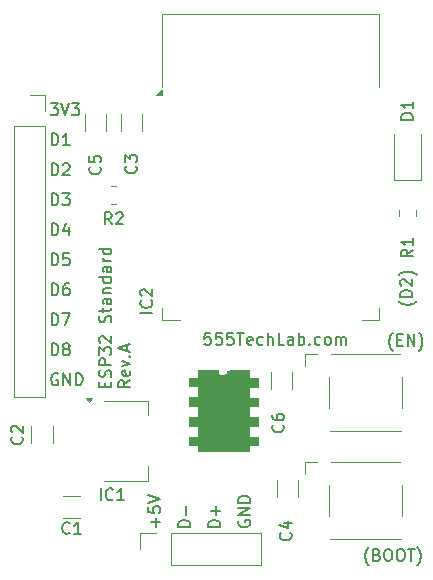
<source format=gto>
%TF.GenerationSoftware,KiCad,Pcbnew,8.0.9-8.0.9-0~ubuntu20.04.1*%
%TF.CreationDate,2025-05-17T12:19:42+02:00*%
%TF.ProjectId,Buch_ESP32_1_Kap9_ESP_Standard,42756368-5f45-4535-9033-325f315f4b61,rev?*%
%TF.SameCoordinates,Original*%
%TF.FileFunction,Legend,Top*%
%TF.FilePolarity,Positive*%
%FSLAX46Y46*%
G04 Gerber Fmt 4.6, Leading zero omitted, Abs format (unit mm)*
G04 Created by KiCad (PCBNEW 8.0.9-8.0.9-0~ubuntu20.04.1) date 2025-05-17 12:19:42*
%MOMM*%
%LPD*%
G01*
G04 APERTURE LIST*
%ADD10C,0.150000*%
%ADD11C,0.177800*%
%ADD12C,0.000000*%
%ADD13C,0.120000*%
G04 APERTURE END LIST*
D10*
X137496779Y-106041819D02*
X137496779Y-105041819D01*
X137496779Y-105041819D02*
X137734874Y-105041819D01*
X137734874Y-105041819D02*
X137877731Y-105089438D01*
X137877731Y-105089438D02*
X137972969Y-105184676D01*
X137972969Y-105184676D02*
X138020588Y-105279914D01*
X138020588Y-105279914D02*
X138068207Y-105470390D01*
X138068207Y-105470390D02*
X138068207Y-105613247D01*
X138068207Y-105613247D02*
X138020588Y-105803723D01*
X138020588Y-105803723D02*
X137972969Y-105898961D01*
X137972969Y-105898961D02*
X137877731Y-105994200D01*
X137877731Y-105994200D02*
X137734874Y-106041819D01*
X137734874Y-106041819D02*
X137496779Y-106041819D01*
X138972969Y-105041819D02*
X138496779Y-105041819D01*
X138496779Y-105041819D02*
X138449160Y-105518009D01*
X138449160Y-105518009D02*
X138496779Y-105470390D01*
X138496779Y-105470390D02*
X138592017Y-105422771D01*
X138592017Y-105422771D02*
X138830112Y-105422771D01*
X138830112Y-105422771D02*
X138925350Y-105470390D01*
X138925350Y-105470390D02*
X138972969Y-105518009D01*
X138972969Y-105518009D02*
X139020588Y-105613247D01*
X139020588Y-105613247D02*
X139020588Y-105851342D01*
X139020588Y-105851342D02*
X138972969Y-105946580D01*
X138972969Y-105946580D02*
X138925350Y-105994200D01*
X138925350Y-105994200D02*
X138830112Y-106041819D01*
X138830112Y-106041819D02*
X138592017Y-106041819D01*
X138592017Y-106041819D02*
X138496779Y-105994200D01*
X138496779Y-105994200D02*
X138449160Y-105946580D01*
X153349438Y-127663411D02*
X153301819Y-127758649D01*
X153301819Y-127758649D02*
X153301819Y-127901506D01*
X153301819Y-127901506D02*
X153349438Y-128044363D01*
X153349438Y-128044363D02*
X153444676Y-128139601D01*
X153444676Y-128139601D02*
X153539914Y-128187220D01*
X153539914Y-128187220D02*
X153730390Y-128234839D01*
X153730390Y-128234839D02*
X153873247Y-128234839D01*
X153873247Y-128234839D02*
X154063723Y-128187220D01*
X154063723Y-128187220D02*
X154158961Y-128139601D01*
X154158961Y-128139601D02*
X154254200Y-128044363D01*
X154254200Y-128044363D02*
X154301819Y-127901506D01*
X154301819Y-127901506D02*
X154301819Y-127806268D01*
X154301819Y-127806268D02*
X154254200Y-127663411D01*
X154254200Y-127663411D02*
X154206580Y-127615792D01*
X154206580Y-127615792D02*
X153873247Y-127615792D01*
X153873247Y-127615792D02*
X153873247Y-127806268D01*
X154301819Y-127187220D02*
X153301819Y-127187220D01*
X153301819Y-127187220D02*
X154301819Y-126615792D01*
X154301819Y-126615792D02*
X153301819Y-126615792D01*
X154301819Y-126139601D02*
X153301819Y-126139601D01*
X153301819Y-126139601D02*
X153301819Y-125901506D01*
X153301819Y-125901506D02*
X153349438Y-125758649D01*
X153349438Y-125758649D02*
X153444676Y-125663411D01*
X153444676Y-125663411D02*
X153539914Y-125615792D01*
X153539914Y-125615792D02*
X153730390Y-125568173D01*
X153730390Y-125568173D02*
X153873247Y-125568173D01*
X153873247Y-125568173D02*
X154063723Y-125615792D01*
X154063723Y-125615792D02*
X154158961Y-125663411D01*
X154158961Y-125663411D02*
X154254200Y-125758649D01*
X154254200Y-125758649D02*
X154301819Y-125901506D01*
X154301819Y-125901506D02*
X154301819Y-126139601D01*
X149221819Y-128187220D02*
X148221819Y-128187220D01*
X148221819Y-128187220D02*
X148221819Y-127949125D01*
X148221819Y-127949125D02*
X148269438Y-127806268D01*
X148269438Y-127806268D02*
X148364676Y-127711030D01*
X148364676Y-127711030D02*
X148459914Y-127663411D01*
X148459914Y-127663411D02*
X148650390Y-127615792D01*
X148650390Y-127615792D02*
X148793247Y-127615792D01*
X148793247Y-127615792D02*
X148983723Y-127663411D01*
X148983723Y-127663411D02*
X149078961Y-127711030D01*
X149078961Y-127711030D02*
X149174200Y-127806268D01*
X149174200Y-127806268D02*
X149221819Y-127949125D01*
X149221819Y-127949125D02*
X149221819Y-128187220D01*
X148840866Y-127187220D02*
X148840866Y-126425316D01*
X137496779Y-100961819D02*
X137496779Y-99961819D01*
X137496779Y-99961819D02*
X137734874Y-99961819D01*
X137734874Y-99961819D02*
X137877731Y-100009438D01*
X137877731Y-100009438D02*
X137972969Y-100104676D01*
X137972969Y-100104676D02*
X138020588Y-100199914D01*
X138020588Y-100199914D02*
X138068207Y-100390390D01*
X138068207Y-100390390D02*
X138068207Y-100533247D01*
X138068207Y-100533247D02*
X138020588Y-100723723D01*
X138020588Y-100723723D02*
X137972969Y-100818961D01*
X137972969Y-100818961D02*
X137877731Y-100914200D01*
X137877731Y-100914200D02*
X137734874Y-100961819D01*
X137734874Y-100961819D02*
X137496779Y-100961819D01*
X138401541Y-99961819D02*
X139020588Y-99961819D01*
X139020588Y-99961819D02*
X138687255Y-100342771D01*
X138687255Y-100342771D02*
X138830112Y-100342771D01*
X138830112Y-100342771D02*
X138925350Y-100390390D01*
X138925350Y-100390390D02*
X138972969Y-100438009D01*
X138972969Y-100438009D02*
X139020588Y-100533247D01*
X139020588Y-100533247D02*
X139020588Y-100771342D01*
X139020588Y-100771342D02*
X138972969Y-100866580D01*
X138972969Y-100866580D02*
X138925350Y-100914200D01*
X138925350Y-100914200D02*
X138830112Y-100961819D01*
X138830112Y-100961819D02*
X138544398Y-100961819D01*
X138544398Y-100961819D02*
X138449160Y-100914200D01*
X138449160Y-100914200D02*
X138401541Y-100866580D01*
D11*
X150945258Y-111771373D02*
X150469068Y-111771373D01*
X150469068Y-111771373D02*
X150421449Y-112247563D01*
X150421449Y-112247563D02*
X150469068Y-112199944D01*
X150469068Y-112199944D02*
X150564306Y-112152325D01*
X150564306Y-112152325D02*
X150802401Y-112152325D01*
X150802401Y-112152325D02*
X150897639Y-112199944D01*
X150897639Y-112199944D02*
X150945258Y-112247563D01*
X150945258Y-112247563D02*
X150992877Y-112342801D01*
X150992877Y-112342801D02*
X150992877Y-112580896D01*
X150992877Y-112580896D02*
X150945258Y-112676134D01*
X150945258Y-112676134D02*
X150897639Y-112723754D01*
X150897639Y-112723754D02*
X150802401Y-112771373D01*
X150802401Y-112771373D02*
X150564306Y-112771373D01*
X150564306Y-112771373D02*
X150469068Y-112723754D01*
X150469068Y-112723754D02*
X150421449Y-112676134D01*
X151897639Y-111771373D02*
X151421449Y-111771373D01*
X151421449Y-111771373D02*
X151373830Y-112247563D01*
X151373830Y-112247563D02*
X151421449Y-112199944D01*
X151421449Y-112199944D02*
X151516687Y-112152325D01*
X151516687Y-112152325D02*
X151754782Y-112152325D01*
X151754782Y-112152325D02*
X151850020Y-112199944D01*
X151850020Y-112199944D02*
X151897639Y-112247563D01*
X151897639Y-112247563D02*
X151945258Y-112342801D01*
X151945258Y-112342801D02*
X151945258Y-112580896D01*
X151945258Y-112580896D02*
X151897639Y-112676134D01*
X151897639Y-112676134D02*
X151850020Y-112723754D01*
X151850020Y-112723754D02*
X151754782Y-112771373D01*
X151754782Y-112771373D02*
X151516687Y-112771373D01*
X151516687Y-112771373D02*
X151421449Y-112723754D01*
X151421449Y-112723754D02*
X151373830Y-112676134D01*
X152850020Y-111771373D02*
X152373830Y-111771373D01*
X152373830Y-111771373D02*
X152326211Y-112247563D01*
X152326211Y-112247563D02*
X152373830Y-112199944D01*
X152373830Y-112199944D02*
X152469068Y-112152325D01*
X152469068Y-112152325D02*
X152707163Y-112152325D01*
X152707163Y-112152325D02*
X152802401Y-112199944D01*
X152802401Y-112199944D02*
X152850020Y-112247563D01*
X152850020Y-112247563D02*
X152897639Y-112342801D01*
X152897639Y-112342801D02*
X152897639Y-112580896D01*
X152897639Y-112580896D02*
X152850020Y-112676134D01*
X152850020Y-112676134D02*
X152802401Y-112723754D01*
X152802401Y-112723754D02*
X152707163Y-112771373D01*
X152707163Y-112771373D02*
X152469068Y-112771373D01*
X152469068Y-112771373D02*
X152373830Y-112723754D01*
X152373830Y-112723754D02*
X152326211Y-112676134D01*
X153183354Y-111771373D02*
X153754782Y-111771373D01*
X153469068Y-112771373D02*
X153469068Y-111771373D01*
X154469068Y-112723754D02*
X154373830Y-112771373D01*
X154373830Y-112771373D02*
X154183354Y-112771373D01*
X154183354Y-112771373D02*
X154088116Y-112723754D01*
X154088116Y-112723754D02*
X154040497Y-112628515D01*
X154040497Y-112628515D02*
X154040497Y-112247563D01*
X154040497Y-112247563D02*
X154088116Y-112152325D01*
X154088116Y-112152325D02*
X154183354Y-112104706D01*
X154183354Y-112104706D02*
X154373830Y-112104706D01*
X154373830Y-112104706D02*
X154469068Y-112152325D01*
X154469068Y-112152325D02*
X154516687Y-112247563D01*
X154516687Y-112247563D02*
X154516687Y-112342801D01*
X154516687Y-112342801D02*
X154040497Y-112438039D01*
X155373830Y-112723754D02*
X155278592Y-112771373D01*
X155278592Y-112771373D02*
X155088116Y-112771373D01*
X155088116Y-112771373D02*
X154992878Y-112723754D01*
X154992878Y-112723754D02*
X154945259Y-112676134D01*
X154945259Y-112676134D02*
X154897640Y-112580896D01*
X154897640Y-112580896D02*
X154897640Y-112295182D01*
X154897640Y-112295182D02*
X154945259Y-112199944D01*
X154945259Y-112199944D02*
X154992878Y-112152325D01*
X154992878Y-112152325D02*
X155088116Y-112104706D01*
X155088116Y-112104706D02*
X155278592Y-112104706D01*
X155278592Y-112104706D02*
X155373830Y-112152325D01*
X155802402Y-112771373D02*
X155802402Y-111771373D01*
X156230973Y-112771373D02*
X156230973Y-112247563D01*
X156230973Y-112247563D02*
X156183354Y-112152325D01*
X156183354Y-112152325D02*
X156088116Y-112104706D01*
X156088116Y-112104706D02*
X155945259Y-112104706D01*
X155945259Y-112104706D02*
X155850021Y-112152325D01*
X155850021Y-112152325D02*
X155802402Y-112199944D01*
X157183354Y-112771373D02*
X156707164Y-112771373D01*
X156707164Y-112771373D02*
X156707164Y-111771373D01*
X157945259Y-112771373D02*
X157945259Y-112247563D01*
X157945259Y-112247563D02*
X157897640Y-112152325D01*
X157897640Y-112152325D02*
X157802402Y-112104706D01*
X157802402Y-112104706D02*
X157611926Y-112104706D01*
X157611926Y-112104706D02*
X157516688Y-112152325D01*
X157945259Y-112723754D02*
X157850021Y-112771373D01*
X157850021Y-112771373D02*
X157611926Y-112771373D01*
X157611926Y-112771373D02*
X157516688Y-112723754D01*
X157516688Y-112723754D02*
X157469069Y-112628515D01*
X157469069Y-112628515D02*
X157469069Y-112533277D01*
X157469069Y-112533277D02*
X157516688Y-112438039D01*
X157516688Y-112438039D02*
X157611926Y-112390420D01*
X157611926Y-112390420D02*
X157850021Y-112390420D01*
X157850021Y-112390420D02*
X157945259Y-112342801D01*
X158421450Y-112771373D02*
X158421450Y-111771373D01*
X158421450Y-112152325D02*
X158516688Y-112104706D01*
X158516688Y-112104706D02*
X158707164Y-112104706D01*
X158707164Y-112104706D02*
X158802402Y-112152325D01*
X158802402Y-112152325D02*
X158850021Y-112199944D01*
X158850021Y-112199944D02*
X158897640Y-112295182D01*
X158897640Y-112295182D02*
X158897640Y-112580896D01*
X158897640Y-112580896D02*
X158850021Y-112676134D01*
X158850021Y-112676134D02*
X158802402Y-112723754D01*
X158802402Y-112723754D02*
X158707164Y-112771373D01*
X158707164Y-112771373D02*
X158516688Y-112771373D01*
X158516688Y-112771373D02*
X158421450Y-112723754D01*
X159326212Y-112676134D02*
X159373831Y-112723754D01*
X159373831Y-112723754D02*
X159326212Y-112771373D01*
X159326212Y-112771373D02*
X159278593Y-112723754D01*
X159278593Y-112723754D02*
X159326212Y-112676134D01*
X159326212Y-112676134D02*
X159326212Y-112771373D01*
X160230973Y-112723754D02*
X160135735Y-112771373D01*
X160135735Y-112771373D02*
X159945259Y-112771373D01*
X159945259Y-112771373D02*
X159850021Y-112723754D01*
X159850021Y-112723754D02*
X159802402Y-112676134D01*
X159802402Y-112676134D02*
X159754783Y-112580896D01*
X159754783Y-112580896D02*
X159754783Y-112295182D01*
X159754783Y-112295182D02*
X159802402Y-112199944D01*
X159802402Y-112199944D02*
X159850021Y-112152325D01*
X159850021Y-112152325D02*
X159945259Y-112104706D01*
X159945259Y-112104706D02*
X160135735Y-112104706D01*
X160135735Y-112104706D02*
X160230973Y-112152325D01*
X160802402Y-112771373D02*
X160707164Y-112723754D01*
X160707164Y-112723754D02*
X160659545Y-112676134D01*
X160659545Y-112676134D02*
X160611926Y-112580896D01*
X160611926Y-112580896D02*
X160611926Y-112295182D01*
X160611926Y-112295182D02*
X160659545Y-112199944D01*
X160659545Y-112199944D02*
X160707164Y-112152325D01*
X160707164Y-112152325D02*
X160802402Y-112104706D01*
X160802402Y-112104706D02*
X160945259Y-112104706D01*
X160945259Y-112104706D02*
X161040497Y-112152325D01*
X161040497Y-112152325D02*
X161088116Y-112199944D01*
X161088116Y-112199944D02*
X161135735Y-112295182D01*
X161135735Y-112295182D02*
X161135735Y-112580896D01*
X161135735Y-112580896D02*
X161088116Y-112676134D01*
X161088116Y-112676134D02*
X161040497Y-112723754D01*
X161040497Y-112723754D02*
X160945259Y-112771373D01*
X160945259Y-112771373D02*
X160802402Y-112771373D01*
X161564307Y-112771373D02*
X161564307Y-112104706D01*
X161564307Y-112199944D02*
X161611926Y-112152325D01*
X161611926Y-112152325D02*
X161707164Y-112104706D01*
X161707164Y-112104706D02*
X161850021Y-112104706D01*
X161850021Y-112104706D02*
X161945259Y-112152325D01*
X161945259Y-112152325D02*
X161992878Y-112247563D01*
X161992878Y-112247563D02*
X161992878Y-112771373D01*
X161992878Y-112247563D02*
X162040497Y-112152325D01*
X162040497Y-112152325D02*
X162135735Y-112104706D01*
X162135735Y-112104706D02*
X162278592Y-112104706D01*
X162278592Y-112104706D02*
X162373831Y-112152325D01*
X162373831Y-112152325D02*
X162421450Y-112247563D01*
X162421450Y-112247563D02*
X162421450Y-112771373D01*
D10*
X137496779Y-103501819D02*
X137496779Y-102501819D01*
X137496779Y-102501819D02*
X137734874Y-102501819D01*
X137734874Y-102501819D02*
X137877731Y-102549438D01*
X137877731Y-102549438D02*
X137972969Y-102644676D01*
X137972969Y-102644676D02*
X138020588Y-102739914D01*
X138020588Y-102739914D02*
X138068207Y-102930390D01*
X138068207Y-102930390D02*
X138068207Y-103073247D01*
X138068207Y-103073247D02*
X138020588Y-103263723D01*
X138020588Y-103263723D02*
X137972969Y-103358961D01*
X137972969Y-103358961D02*
X137877731Y-103454200D01*
X137877731Y-103454200D02*
X137734874Y-103501819D01*
X137734874Y-103501819D02*
X137496779Y-103501819D01*
X138925350Y-102835152D02*
X138925350Y-103501819D01*
X138687255Y-102454200D02*
X138449160Y-103168485D01*
X138449160Y-103168485D02*
X139068207Y-103168485D01*
X137496779Y-95881819D02*
X137496779Y-94881819D01*
X137496779Y-94881819D02*
X137734874Y-94881819D01*
X137734874Y-94881819D02*
X137877731Y-94929438D01*
X137877731Y-94929438D02*
X137972969Y-95024676D01*
X137972969Y-95024676D02*
X138020588Y-95119914D01*
X138020588Y-95119914D02*
X138068207Y-95310390D01*
X138068207Y-95310390D02*
X138068207Y-95453247D01*
X138068207Y-95453247D02*
X138020588Y-95643723D01*
X138020588Y-95643723D02*
X137972969Y-95738961D01*
X137972969Y-95738961D02*
X137877731Y-95834200D01*
X137877731Y-95834200D02*
X137734874Y-95881819D01*
X137734874Y-95881819D02*
X137496779Y-95881819D01*
X139020588Y-95881819D02*
X138449160Y-95881819D01*
X138734874Y-95881819D02*
X138734874Y-94881819D01*
X138734874Y-94881819D02*
X138639636Y-95024676D01*
X138639636Y-95024676D02*
X138544398Y-95119914D01*
X138544398Y-95119914D02*
X138449160Y-95167533D01*
X137496779Y-98421819D02*
X137496779Y-97421819D01*
X137496779Y-97421819D02*
X137734874Y-97421819D01*
X137734874Y-97421819D02*
X137877731Y-97469438D01*
X137877731Y-97469438D02*
X137972969Y-97564676D01*
X137972969Y-97564676D02*
X138020588Y-97659914D01*
X138020588Y-97659914D02*
X138068207Y-97850390D01*
X138068207Y-97850390D02*
X138068207Y-97993247D01*
X138068207Y-97993247D02*
X138020588Y-98183723D01*
X138020588Y-98183723D02*
X137972969Y-98278961D01*
X137972969Y-98278961D02*
X137877731Y-98374200D01*
X137877731Y-98374200D02*
X137734874Y-98421819D01*
X137734874Y-98421819D02*
X137496779Y-98421819D01*
X138449160Y-97517057D02*
X138496779Y-97469438D01*
X138496779Y-97469438D02*
X138592017Y-97421819D01*
X138592017Y-97421819D02*
X138830112Y-97421819D01*
X138830112Y-97421819D02*
X138925350Y-97469438D01*
X138925350Y-97469438D02*
X138972969Y-97517057D01*
X138972969Y-97517057D02*
X139020588Y-97612295D01*
X139020588Y-97612295D02*
X139020588Y-97707533D01*
X139020588Y-97707533D02*
X138972969Y-97850390D01*
X138972969Y-97850390D02*
X138401541Y-98421819D01*
X138401541Y-98421819D02*
X139020588Y-98421819D01*
X166357493Y-113280771D02*
X166309874Y-113233152D01*
X166309874Y-113233152D02*
X166214636Y-113090295D01*
X166214636Y-113090295D02*
X166167017Y-112995057D01*
X166167017Y-112995057D02*
X166119398Y-112852200D01*
X166119398Y-112852200D02*
X166071779Y-112614104D01*
X166071779Y-112614104D02*
X166071779Y-112423628D01*
X166071779Y-112423628D02*
X166119398Y-112185533D01*
X166119398Y-112185533D02*
X166167017Y-112042676D01*
X166167017Y-112042676D02*
X166214636Y-111947438D01*
X166214636Y-111947438D02*
X166309874Y-111804580D01*
X166309874Y-111804580D02*
X166357493Y-111756961D01*
X166738446Y-112376009D02*
X167071779Y-112376009D01*
X167214636Y-112899819D02*
X166738446Y-112899819D01*
X166738446Y-112899819D02*
X166738446Y-111899819D01*
X166738446Y-111899819D02*
X167214636Y-111899819D01*
X167643208Y-112899819D02*
X167643208Y-111899819D01*
X167643208Y-111899819D02*
X168214636Y-112899819D01*
X168214636Y-112899819D02*
X168214636Y-111899819D01*
X168595589Y-113280771D02*
X168643208Y-113233152D01*
X168643208Y-113233152D02*
X168738446Y-113090295D01*
X168738446Y-113090295D02*
X168786065Y-112995057D01*
X168786065Y-112995057D02*
X168833684Y-112852200D01*
X168833684Y-112852200D02*
X168881303Y-112614104D01*
X168881303Y-112614104D02*
X168881303Y-112423628D01*
X168881303Y-112423628D02*
X168833684Y-112185533D01*
X168833684Y-112185533D02*
X168786065Y-112042676D01*
X168786065Y-112042676D02*
X168738446Y-111947438D01*
X168738446Y-111947438D02*
X168643208Y-111804580D01*
X168643208Y-111804580D02*
X168595589Y-111756961D01*
X151761819Y-128187220D02*
X150761819Y-128187220D01*
X150761819Y-128187220D02*
X150761819Y-127949125D01*
X150761819Y-127949125D02*
X150809438Y-127806268D01*
X150809438Y-127806268D02*
X150904676Y-127711030D01*
X150904676Y-127711030D02*
X150999914Y-127663411D01*
X150999914Y-127663411D02*
X151190390Y-127615792D01*
X151190390Y-127615792D02*
X151333247Y-127615792D01*
X151333247Y-127615792D02*
X151523723Y-127663411D01*
X151523723Y-127663411D02*
X151618961Y-127711030D01*
X151618961Y-127711030D02*
X151714200Y-127806268D01*
X151714200Y-127806268D02*
X151761819Y-127949125D01*
X151761819Y-127949125D02*
X151761819Y-128187220D01*
X151380866Y-127187220D02*
X151380866Y-126425316D01*
X151761819Y-126806268D02*
X150999914Y-126806268D01*
X137496779Y-113661819D02*
X137496779Y-112661819D01*
X137496779Y-112661819D02*
X137734874Y-112661819D01*
X137734874Y-112661819D02*
X137877731Y-112709438D01*
X137877731Y-112709438D02*
X137972969Y-112804676D01*
X137972969Y-112804676D02*
X138020588Y-112899914D01*
X138020588Y-112899914D02*
X138068207Y-113090390D01*
X138068207Y-113090390D02*
X138068207Y-113233247D01*
X138068207Y-113233247D02*
X138020588Y-113423723D01*
X138020588Y-113423723D02*
X137972969Y-113518961D01*
X137972969Y-113518961D02*
X137877731Y-113614200D01*
X137877731Y-113614200D02*
X137734874Y-113661819D01*
X137734874Y-113661819D02*
X137496779Y-113661819D01*
X138639636Y-113090390D02*
X138544398Y-113042771D01*
X138544398Y-113042771D02*
X138496779Y-112995152D01*
X138496779Y-112995152D02*
X138449160Y-112899914D01*
X138449160Y-112899914D02*
X138449160Y-112852295D01*
X138449160Y-112852295D02*
X138496779Y-112757057D01*
X138496779Y-112757057D02*
X138544398Y-112709438D01*
X138544398Y-112709438D02*
X138639636Y-112661819D01*
X138639636Y-112661819D02*
X138830112Y-112661819D01*
X138830112Y-112661819D02*
X138925350Y-112709438D01*
X138925350Y-112709438D02*
X138972969Y-112757057D01*
X138972969Y-112757057D02*
X139020588Y-112852295D01*
X139020588Y-112852295D02*
X139020588Y-112899914D01*
X139020588Y-112899914D02*
X138972969Y-112995152D01*
X138972969Y-112995152D02*
X138925350Y-113042771D01*
X138925350Y-113042771D02*
X138830112Y-113090390D01*
X138830112Y-113090390D02*
X138639636Y-113090390D01*
X138639636Y-113090390D02*
X138544398Y-113138009D01*
X138544398Y-113138009D02*
X138496779Y-113185628D01*
X138496779Y-113185628D02*
X138449160Y-113280866D01*
X138449160Y-113280866D02*
X138449160Y-113471342D01*
X138449160Y-113471342D02*
X138496779Y-113566580D01*
X138496779Y-113566580D02*
X138544398Y-113614200D01*
X138544398Y-113614200D02*
X138639636Y-113661819D01*
X138639636Y-113661819D02*
X138830112Y-113661819D01*
X138830112Y-113661819D02*
X138925350Y-113614200D01*
X138925350Y-113614200D02*
X138972969Y-113566580D01*
X138972969Y-113566580D02*
X139020588Y-113471342D01*
X139020588Y-113471342D02*
X139020588Y-113280866D01*
X139020588Y-113280866D02*
X138972969Y-113185628D01*
X138972969Y-113185628D02*
X138925350Y-113138009D01*
X138925350Y-113138009D02*
X138830112Y-113090390D01*
X137496779Y-111121819D02*
X137496779Y-110121819D01*
X137496779Y-110121819D02*
X137734874Y-110121819D01*
X137734874Y-110121819D02*
X137877731Y-110169438D01*
X137877731Y-110169438D02*
X137972969Y-110264676D01*
X137972969Y-110264676D02*
X138020588Y-110359914D01*
X138020588Y-110359914D02*
X138068207Y-110550390D01*
X138068207Y-110550390D02*
X138068207Y-110693247D01*
X138068207Y-110693247D02*
X138020588Y-110883723D01*
X138020588Y-110883723D02*
X137972969Y-110978961D01*
X137972969Y-110978961D02*
X137877731Y-111074200D01*
X137877731Y-111074200D02*
X137734874Y-111121819D01*
X137734874Y-111121819D02*
X137496779Y-111121819D01*
X138401541Y-110121819D02*
X139068207Y-110121819D01*
X139068207Y-110121819D02*
X138639636Y-111121819D01*
X168398771Y-109105506D02*
X168351152Y-109153125D01*
X168351152Y-109153125D02*
X168208295Y-109248363D01*
X168208295Y-109248363D02*
X168113057Y-109295982D01*
X168113057Y-109295982D02*
X167970200Y-109343601D01*
X167970200Y-109343601D02*
X167732104Y-109391220D01*
X167732104Y-109391220D02*
X167541628Y-109391220D01*
X167541628Y-109391220D02*
X167303533Y-109343601D01*
X167303533Y-109343601D02*
X167160676Y-109295982D01*
X167160676Y-109295982D02*
X167065438Y-109248363D01*
X167065438Y-109248363D02*
X166922580Y-109153125D01*
X166922580Y-109153125D02*
X166874961Y-109105506D01*
X168017819Y-108724553D02*
X167017819Y-108724553D01*
X167017819Y-108724553D02*
X167017819Y-108486458D01*
X167017819Y-108486458D02*
X167065438Y-108343601D01*
X167065438Y-108343601D02*
X167160676Y-108248363D01*
X167160676Y-108248363D02*
X167255914Y-108200744D01*
X167255914Y-108200744D02*
X167446390Y-108153125D01*
X167446390Y-108153125D02*
X167589247Y-108153125D01*
X167589247Y-108153125D02*
X167779723Y-108200744D01*
X167779723Y-108200744D02*
X167874961Y-108248363D01*
X167874961Y-108248363D02*
X167970200Y-108343601D01*
X167970200Y-108343601D02*
X168017819Y-108486458D01*
X168017819Y-108486458D02*
X168017819Y-108724553D01*
X167113057Y-107772172D02*
X167065438Y-107724553D01*
X167065438Y-107724553D02*
X167017819Y-107629315D01*
X167017819Y-107629315D02*
X167017819Y-107391220D01*
X167017819Y-107391220D02*
X167065438Y-107295982D01*
X167065438Y-107295982D02*
X167113057Y-107248363D01*
X167113057Y-107248363D02*
X167208295Y-107200744D01*
X167208295Y-107200744D02*
X167303533Y-107200744D01*
X167303533Y-107200744D02*
X167446390Y-107248363D01*
X167446390Y-107248363D02*
X168017819Y-107819791D01*
X168017819Y-107819791D02*
X168017819Y-107200744D01*
X168398771Y-106867410D02*
X168351152Y-106819791D01*
X168351152Y-106819791D02*
X168208295Y-106724553D01*
X168208295Y-106724553D02*
X168113057Y-106676934D01*
X168113057Y-106676934D02*
X167970200Y-106629315D01*
X167970200Y-106629315D02*
X167732104Y-106581696D01*
X167732104Y-106581696D02*
X167541628Y-106581696D01*
X167541628Y-106581696D02*
X167303533Y-106629315D01*
X167303533Y-106629315D02*
X167160676Y-106676934D01*
X167160676Y-106676934D02*
X167065438Y-106724553D01*
X167065438Y-106724553D02*
X166922580Y-106819791D01*
X166922580Y-106819791D02*
X166874961Y-106867410D01*
X137401541Y-92341819D02*
X138020588Y-92341819D01*
X138020588Y-92341819D02*
X137687255Y-92722771D01*
X137687255Y-92722771D02*
X137830112Y-92722771D01*
X137830112Y-92722771D02*
X137925350Y-92770390D01*
X137925350Y-92770390D02*
X137972969Y-92818009D01*
X137972969Y-92818009D02*
X138020588Y-92913247D01*
X138020588Y-92913247D02*
X138020588Y-93151342D01*
X138020588Y-93151342D02*
X137972969Y-93246580D01*
X137972969Y-93246580D02*
X137925350Y-93294200D01*
X137925350Y-93294200D02*
X137830112Y-93341819D01*
X137830112Y-93341819D02*
X137544398Y-93341819D01*
X137544398Y-93341819D02*
X137449160Y-93294200D01*
X137449160Y-93294200D02*
X137401541Y-93246580D01*
X138306303Y-92341819D02*
X138639636Y-93341819D01*
X138639636Y-93341819D02*
X138972969Y-92341819D01*
X139211065Y-92341819D02*
X139830112Y-92341819D01*
X139830112Y-92341819D02*
X139496779Y-92722771D01*
X139496779Y-92722771D02*
X139639636Y-92722771D01*
X139639636Y-92722771D02*
X139734874Y-92770390D01*
X139734874Y-92770390D02*
X139782493Y-92818009D01*
X139782493Y-92818009D02*
X139830112Y-92913247D01*
X139830112Y-92913247D02*
X139830112Y-93151342D01*
X139830112Y-93151342D02*
X139782493Y-93246580D01*
X139782493Y-93246580D02*
X139734874Y-93294200D01*
X139734874Y-93294200D02*
X139639636Y-93341819D01*
X139639636Y-93341819D02*
X139353922Y-93341819D01*
X139353922Y-93341819D02*
X139258684Y-93294200D01*
X139258684Y-93294200D02*
X139211065Y-93246580D01*
X137496779Y-108581819D02*
X137496779Y-107581819D01*
X137496779Y-107581819D02*
X137734874Y-107581819D01*
X137734874Y-107581819D02*
X137877731Y-107629438D01*
X137877731Y-107629438D02*
X137972969Y-107724676D01*
X137972969Y-107724676D02*
X138020588Y-107819914D01*
X138020588Y-107819914D02*
X138068207Y-108010390D01*
X138068207Y-108010390D02*
X138068207Y-108153247D01*
X138068207Y-108153247D02*
X138020588Y-108343723D01*
X138020588Y-108343723D02*
X137972969Y-108438961D01*
X137972969Y-108438961D02*
X137877731Y-108534200D01*
X137877731Y-108534200D02*
X137734874Y-108581819D01*
X137734874Y-108581819D02*
X137496779Y-108581819D01*
X138925350Y-107581819D02*
X138734874Y-107581819D01*
X138734874Y-107581819D02*
X138639636Y-107629438D01*
X138639636Y-107629438D02*
X138592017Y-107677057D01*
X138592017Y-107677057D02*
X138496779Y-107819914D01*
X138496779Y-107819914D02*
X138449160Y-108010390D01*
X138449160Y-108010390D02*
X138449160Y-108391342D01*
X138449160Y-108391342D02*
X138496779Y-108486580D01*
X138496779Y-108486580D02*
X138544398Y-108534200D01*
X138544398Y-108534200D02*
X138639636Y-108581819D01*
X138639636Y-108581819D02*
X138830112Y-108581819D01*
X138830112Y-108581819D02*
X138925350Y-108534200D01*
X138925350Y-108534200D02*
X138972969Y-108486580D01*
X138972969Y-108486580D02*
X139020588Y-108391342D01*
X139020588Y-108391342D02*
X139020588Y-108153247D01*
X139020588Y-108153247D02*
X138972969Y-108058009D01*
X138972969Y-108058009D02*
X138925350Y-108010390D01*
X138925350Y-108010390D02*
X138830112Y-107962771D01*
X138830112Y-107962771D02*
X138639636Y-107962771D01*
X138639636Y-107962771D02*
X138544398Y-108010390D01*
X138544398Y-108010390D02*
X138496779Y-108058009D01*
X138496779Y-108058009D02*
X138449160Y-108153247D01*
D11*
X142006619Y-116357931D02*
X142006619Y-116024598D01*
X142530429Y-115881741D02*
X142530429Y-116357931D01*
X142530429Y-116357931D02*
X141530429Y-116357931D01*
X141530429Y-116357931D02*
X141530429Y-115881741D01*
X142482810Y-115500788D02*
X142530429Y-115357931D01*
X142530429Y-115357931D02*
X142530429Y-115119836D01*
X142530429Y-115119836D02*
X142482810Y-115024598D01*
X142482810Y-115024598D02*
X142435190Y-114976979D01*
X142435190Y-114976979D02*
X142339952Y-114929360D01*
X142339952Y-114929360D02*
X142244714Y-114929360D01*
X142244714Y-114929360D02*
X142149476Y-114976979D01*
X142149476Y-114976979D02*
X142101857Y-115024598D01*
X142101857Y-115024598D02*
X142054238Y-115119836D01*
X142054238Y-115119836D02*
X142006619Y-115310312D01*
X142006619Y-115310312D02*
X141959000Y-115405550D01*
X141959000Y-115405550D02*
X141911381Y-115453169D01*
X141911381Y-115453169D02*
X141816143Y-115500788D01*
X141816143Y-115500788D02*
X141720905Y-115500788D01*
X141720905Y-115500788D02*
X141625667Y-115453169D01*
X141625667Y-115453169D02*
X141578048Y-115405550D01*
X141578048Y-115405550D02*
X141530429Y-115310312D01*
X141530429Y-115310312D02*
X141530429Y-115072217D01*
X141530429Y-115072217D02*
X141578048Y-114929360D01*
X142530429Y-114500788D02*
X141530429Y-114500788D01*
X141530429Y-114500788D02*
X141530429Y-114119836D01*
X141530429Y-114119836D02*
X141578048Y-114024598D01*
X141578048Y-114024598D02*
X141625667Y-113976979D01*
X141625667Y-113976979D02*
X141720905Y-113929360D01*
X141720905Y-113929360D02*
X141863762Y-113929360D01*
X141863762Y-113929360D02*
X141959000Y-113976979D01*
X141959000Y-113976979D02*
X142006619Y-114024598D01*
X142006619Y-114024598D02*
X142054238Y-114119836D01*
X142054238Y-114119836D02*
X142054238Y-114500788D01*
X141530429Y-113596026D02*
X141530429Y-112976979D01*
X141530429Y-112976979D02*
X141911381Y-113310312D01*
X141911381Y-113310312D02*
X141911381Y-113167455D01*
X141911381Y-113167455D02*
X141959000Y-113072217D01*
X141959000Y-113072217D02*
X142006619Y-113024598D01*
X142006619Y-113024598D02*
X142101857Y-112976979D01*
X142101857Y-112976979D02*
X142339952Y-112976979D01*
X142339952Y-112976979D02*
X142435190Y-113024598D01*
X142435190Y-113024598D02*
X142482810Y-113072217D01*
X142482810Y-113072217D02*
X142530429Y-113167455D01*
X142530429Y-113167455D02*
X142530429Y-113453169D01*
X142530429Y-113453169D02*
X142482810Y-113548407D01*
X142482810Y-113548407D02*
X142435190Y-113596026D01*
X141625667Y-112596026D02*
X141578048Y-112548407D01*
X141578048Y-112548407D02*
X141530429Y-112453169D01*
X141530429Y-112453169D02*
X141530429Y-112215074D01*
X141530429Y-112215074D02*
X141578048Y-112119836D01*
X141578048Y-112119836D02*
X141625667Y-112072217D01*
X141625667Y-112072217D02*
X141720905Y-112024598D01*
X141720905Y-112024598D02*
X141816143Y-112024598D01*
X141816143Y-112024598D02*
X141959000Y-112072217D01*
X141959000Y-112072217D02*
X142530429Y-112643645D01*
X142530429Y-112643645D02*
X142530429Y-112024598D01*
X142482810Y-110881740D02*
X142530429Y-110738883D01*
X142530429Y-110738883D02*
X142530429Y-110500788D01*
X142530429Y-110500788D02*
X142482810Y-110405550D01*
X142482810Y-110405550D02*
X142435190Y-110357931D01*
X142435190Y-110357931D02*
X142339952Y-110310312D01*
X142339952Y-110310312D02*
X142244714Y-110310312D01*
X142244714Y-110310312D02*
X142149476Y-110357931D01*
X142149476Y-110357931D02*
X142101857Y-110405550D01*
X142101857Y-110405550D02*
X142054238Y-110500788D01*
X142054238Y-110500788D02*
X142006619Y-110691264D01*
X142006619Y-110691264D02*
X141959000Y-110786502D01*
X141959000Y-110786502D02*
X141911381Y-110834121D01*
X141911381Y-110834121D02*
X141816143Y-110881740D01*
X141816143Y-110881740D02*
X141720905Y-110881740D01*
X141720905Y-110881740D02*
X141625667Y-110834121D01*
X141625667Y-110834121D02*
X141578048Y-110786502D01*
X141578048Y-110786502D02*
X141530429Y-110691264D01*
X141530429Y-110691264D02*
X141530429Y-110453169D01*
X141530429Y-110453169D02*
X141578048Y-110310312D01*
X141863762Y-110024597D02*
X141863762Y-109643645D01*
X141530429Y-109881740D02*
X142387571Y-109881740D01*
X142387571Y-109881740D02*
X142482810Y-109834121D01*
X142482810Y-109834121D02*
X142530429Y-109738883D01*
X142530429Y-109738883D02*
X142530429Y-109643645D01*
X142530429Y-108881740D02*
X142006619Y-108881740D01*
X142006619Y-108881740D02*
X141911381Y-108929359D01*
X141911381Y-108929359D02*
X141863762Y-109024597D01*
X141863762Y-109024597D02*
X141863762Y-109215073D01*
X141863762Y-109215073D02*
X141911381Y-109310311D01*
X142482810Y-108881740D02*
X142530429Y-108976978D01*
X142530429Y-108976978D02*
X142530429Y-109215073D01*
X142530429Y-109215073D02*
X142482810Y-109310311D01*
X142482810Y-109310311D02*
X142387571Y-109357930D01*
X142387571Y-109357930D02*
X142292333Y-109357930D01*
X142292333Y-109357930D02*
X142197095Y-109310311D01*
X142197095Y-109310311D02*
X142149476Y-109215073D01*
X142149476Y-109215073D02*
X142149476Y-108976978D01*
X142149476Y-108976978D02*
X142101857Y-108881740D01*
X141863762Y-108405549D02*
X142530429Y-108405549D01*
X141959000Y-108405549D02*
X141911381Y-108357930D01*
X141911381Y-108357930D02*
X141863762Y-108262692D01*
X141863762Y-108262692D02*
X141863762Y-108119835D01*
X141863762Y-108119835D02*
X141911381Y-108024597D01*
X141911381Y-108024597D02*
X142006619Y-107976978D01*
X142006619Y-107976978D02*
X142530429Y-107976978D01*
X142530429Y-107072216D02*
X141530429Y-107072216D01*
X142482810Y-107072216D02*
X142530429Y-107167454D01*
X142530429Y-107167454D02*
X142530429Y-107357930D01*
X142530429Y-107357930D02*
X142482810Y-107453168D01*
X142482810Y-107453168D02*
X142435190Y-107500787D01*
X142435190Y-107500787D02*
X142339952Y-107548406D01*
X142339952Y-107548406D02*
X142054238Y-107548406D01*
X142054238Y-107548406D02*
X141959000Y-107500787D01*
X141959000Y-107500787D02*
X141911381Y-107453168D01*
X141911381Y-107453168D02*
X141863762Y-107357930D01*
X141863762Y-107357930D02*
X141863762Y-107167454D01*
X141863762Y-107167454D02*
X141911381Y-107072216D01*
X142530429Y-106167454D02*
X142006619Y-106167454D01*
X142006619Y-106167454D02*
X141911381Y-106215073D01*
X141911381Y-106215073D02*
X141863762Y-106310311D01*
X141863762Y-106310311D02*
X141863762Y-106500787D01*
X141863762Y-106500787D02*
X141911381Y-106596025D01*
X142482810Y-106167454D02*
X142530429Y-106262692D01*
X142530429Y-106262692D02*
X142530429Y-106500787D01*
X142530429Y-106500787D02*
X142482810Y-106596025D01*
X142482810Y-106596025D02*
X142387571Y-106643644D01*
X142387571Y-106643644D02*
X142292333Y-106643644D01*
X142292333Y-106643644D02*
X142197095Y-106596025D01*
X142197095Y-106596025D02*
X142149476Y-106500787D01*
X142149476Y-106500787D02*
X142149476Y-106262692D01*
X142149476Y-106262692D02*
X142101857Y-106167454D01*
X142530429Y-105691263D02*
X141863762Y-105691263D01*
X142054238Y-105691263D02*
X141959000Y-105643644D01*
X141959000Y-105643644D02*
X141911381Y-105596025D01*
X141911381Y-105596025D02*
X141863762Y-105500787D01*
X141863762Y-105500787D02*
X141863762Y-105405549D01*
X142530429Y-104643644D02*
X141530429Y-104643644D01*
X142482810Y-104643644D02*
X142530429Y-104738882D01*
X142530429Y-104738882D02*
X142530429Y-104929358D01*
X142530429Y-104929358D02*
X142482810Y-105024596D01*
X142482810Y-105024596D02*
X142435190Y-105072215D01*
X142435190Y-105072215D02*
X142339952Y-105119834D01*
X142339952Y-105119834D02*
X142054238Y-105119834D01*
X142054238Y-105119834D02*
X141959000Y-105072215D01*
X141959000Y-105072215D02*
X141911381Y-105024596D01*
X141911381Y-105024596D02*
X141863762Y-104929358D01*
X141863762Y-104929358D02*
X141863762Y-104738882D01*
X141863762Y-104738882D02*
X141911381Y-104643644D01*
X144140373Y-115786503D02*
X143664182Y-116119836D01*
X144140373Y-116357931D02*
X143140373Y-116357931D01*
X143140373Y-116357931D02*
X143140373Y-115976979D01*
X143140373Y-115976979D02*
X143187992Y-115881741D01*
X143187992Y-115881741D02*
X143235611Y-115834122D01*
X143235611Y-115834122D02*
X143330849Y-115786503D01*
X143330849Y-115786503D02*
X143473706Y-115786503D01*
X143473706Y-115786503D02*
X143568944Y-115834122D01*
X143568944Y-115834122D02*
X143616563Y-115881741D01*
X143616563Y-115881741D02*
X143664182Y-115976979D01*
X143664182Y-115976979D02*
X143664182Y-116357931D01*
X144092754Y-114976979D02*
X144140373Y-115072217D01*
X144140373Y-115072217D02*
X144140373Y-115262693D01*
X144140373Y-115262693D02*
X144092754Y-115357931D01*
X144092754Y-115357931D02*
X143997515Y-115405550D01*
X143997515Y-115405550D02*
X143616563Y-115405550D01*
X143616563Y-115405550D02*
X143521325Y-115357931D01*
X143521325Y-115357931D02*
X143473706Y-115262693D01*
X143473706Y-115262693D02*
X143473706Y-115072217D01*
X143473706Y-115072217D02*
X143521325Y-114976979D01*
X143521325Y-114976979D02*
X143616563Y-114929360D01*
X143616563Y-114929360D02*
X143711801Y-114929360D01*
X143711801Y-114929360D02*
X143807039Y-115405550D01*
X143473706Y-114596026D02*
X144140373Y-114357931D01*
X144140373Y-114357931D02*
X143473706Y-114119836D01*
X144045134Y-113738883D02*
X144092754Y-113691264D01*
X144092754Y-113691264D02*
X144140373Y-113738883D01*
X144140373Y-113738883D02*
X144092754Y-113786502D01*
X144092754Y-113786502D02*
X144045134Y-113738883D01*
X144045134Y-113738883D02*
X144140373Y-113738883D01*
X143854658Y-113310312D02*
X143854658Y-112834122D01*
X144140373Y-113405550D02*
X143140373Y-113072217D01*
X143140373Y-113072217D02*
X144140373Y-112738884D01*
D10*
X164325493Y-131441771D02*
X164277874Y-131394152D01*
X164277874Y-131394152D02*
X164182636Y-131251295D01*
X164182636Y-131251295D02*
X164135017Y-131156057D01*
X164135017Y-131156057D02*
X164087398Y-131013200D01*
X164087398Y-131013200D02*
X164039779Y-130775104D01*
X164039779Y-130775104D02*
X164039779Y-130584628D01*
X164039779Y-130584628D02*
X164087398Y-130346533D01*
X164087398Y-130346533D02*
X164135017Y-130203676D01*
X164135017Y-130203676D02*
X164182636Y-130108438D01*
X164182636Y-130108438D02*
X164277874Y-129965580D01*
X164277874Y-129965580D02*
X164325493Y-129917961D01*
X165039779Y-130537009D02*
X165182636Y-130584628D01*
X165182636Y-130584628D02*
X165230255Y-130632247D01*
X165230255Y-130632247D02*
X165277874Y-130727485D01*
X165277874Y-130727485D02*
X165277874Y-130870342D01*
X165277874Y-130870342D02*
X165230255Y-130965580D01*
X165230255Y-130965580D02*
X165182636Y-131013200D01*
X165182636Y-131013200D02*
X165087398Y-131060819D01*
X165087398Y-131060819D02*
X164706446Y-131060819D01*
X164706446Y-131060819D02*
X164706446Y-130060819D01*
X164706446Y-130060819D02*
X165039779Y-130060819D01*
X165039779Y-130060819D02*
X165135017Y-130108438D01*
X165135017Y-130108438D02*
X165182636Y-130156057D01*
X165182636Y-130156057D02*
X165230255Y-130251295D01*
X165230255Y-130251295D02*
X165230255Y-130346533D01*
X165230255Y-130346533D02*
X165182636Y-130441771D01*
X165182636Y-130441771D02*
X165135017Y-130489390D01*
X165135017Y-130489390D02*
X165039779Y-130537009D01*
X165039779Y-130537009D02*
X164706446Y-130537009D01*
X165896922Y-130060819D02*
X166087398Y-130060819D01*
X166087398Y-130060819D02*
X166182636Y-130108438D01*
X166182636Y-130108438D02*
X166277874Y-130203676D01*
X166277874Y-130203676D02*
X166325493Y-130394152D01*
X166325493Y-130394152D02*
X166325493Y-130727485D01*
X166325493Y-130727485D02*
X166277874Y-130917961D01*
X166277874Y-130917961D02*
X166182636Y-131013200D01*
X166182636Y-131013200D02*
X166087398Y-131060819D01*
X166087398Y-131060819D02*
X165896922Y-131060819D01*
X165896922Y-131060819D02*
X165801684Y-131013200D01*
X165801684Y-131013200D02*
X165706446Y-130917961D01*
X165706446Y-130917961D02*
X165658827Y-130727485D01*
X165658827Y-130727485D02*
X165658827Y-130394152D01*
X165658827Y-130394152D02*
X165706446Y-130203676D01*
X165706446Y-130203676D02*
X165801684Y-130108438D01*
X165801684Y-130108438D02*
X165896922Y-130060819D01*
X166944541Y-130060819D02*
X167135017Y-130060819D01*
X167135017Y-130060819D02*
X167230255Y-130108438D01*
X167230255Y-130108438D02*
X167325493Y-130203676D01*
X167325493Y-130203676D02*
X167373112Y-130394152D01*
X167373112Y-130394152D02*
X167373112Y-130727485D01*
X167373112Y-130727485D02*
X167325493Y-130917961D01*
X167325493Y-130917961D02*
X167230255Y-131013200D01*
X167230255Y-131013200D02*
X167135017Y-131060819D01*
X167135017Y-131060819D02*
X166944541Y-131060819D01*
X166944541Y-131060819D02*
X166849303Y-131013200D01*
X166849303Y-131013200D02*
X166754065Y-130917961D01*
X166754065Y-130917961D02*
X166706446Y-130727485D01*
X166706446Y-130727485D02*
X166706446Y-130394152D01*
X166706446Y-130394152D02*
X166754065Y-130203676D01*
X166754065Y-130203676D02*
X166849303Y-130108438D01*
X166849303Y-130108438D02*
X166944541Y-130060819D01*
X167658827Y-130060819D02*
X168230255Y-130060819D01*
X167944541Y-131060819D02*
X167944541Y-130060819D01*
X168468351Y-131441771D02*
X168515970Y-131394152D01*
X168515970Y-131394152D02*
X168611208Y-131251295D01*
X168611208Y-131251295D02*
X168658827Y-131156057D01*
X168658827Y-131156057D02*
X168706446Y-131013200D01*
X168706446Y-131013200D02*
X168754065Y-130775104D01*
X168754065Y-130775104D02*
X168754065Y-130584628D01*
X168754065Y-130584628D02*
X168706446Y-130346533D01*
X168706446Y-130346533D02*
X168658827Y-130203676D01*
X168658827Y-130203676D02*
X168611208Y-130108438D01*
X168611208Y-130108438D02*
X168515970Y-129965580D01*
X168515970Y-129965580D02*
X168468351Y-129917961D01*
X146300866Y-128187220D02*
X146300866Y-127425316D01*
X146681819Y-127806268D02*
X145919914Y-127806268D01*
X145681819Y-126472935D02*
X145681819Y-126949125D01*
X145681819Y-126949125D02*
X146158009Y-126996744D01*
X146158009Y-126996744D02*
X146110390Y-126949125D01*
X146110390Y-126949125D02*
X146062771Y-126853887D01*
X146062771Y-126853887D02*
X146062771Y-126615792D01*
X146062771Y-126615792D02*
X146110390Y-126520554D01*
X146110390Y-126520554D02*
X146158009Y-126472935D01*
X146158009Y-126472935D02*
X146253247Y-126425316D01*
X146253247Y-126425316D02*
X146491342Y-126425316D01*
X146491342Y-126425316D02*
X146586580Y-126472935D01*
X146586580Y-126472935D02*
X146634200Y-126520554D01*
X146634200Y-126520554D02*
X146681819Y-126615792D01*
X146681819Y-126615792D02*
X146681819Y-126853887D01*
X146681819Y-126853887D02*
X146634200Y-126949125D01*
X146634200Y-126949125D02*
X146586580Y-126996744D01*
X145681819Y-126139601D02*
X146681819Y-125806268D01*
X146681819Y-125806268D02*
X145681819Y-125472935D01*
X138020588Y-115249438D02*
X137925350Y-115201819D01*
X137925350Y-115201819D02*
X137782493Y-115201819D01*
X137782493Y-115201819D02*
X137639636Y-115249438D01*
X137639636Y-115249438D02*
X137544398Y-115344676D01*
X137544398Y-115344676D02*
X137496779Y-115439914D01*
X137496779Y-115439914D02*
X137449160Y-115630390D01*
X137449160Y-115630390D02*
X137449160Y-115773247D01*
X137449160Y-115773247D02*
X137496779Y-115963723D01*
X137496779Y-115963723D02*
X137544398Y-116058961D01*
X137544398Y-116058961D02*
X137639636Y-116154200D01*
X137639636Y-116154200D02*
X137782493Y-116201819D01*
X137782493Y-116201819D02*
X137877731Y-116201819D01*
X137877731Y-116201819D02*
X138020588Y-116154200D01*
X138020588Y-116154200D02*
X138068207Y-116106580D01*
X138068207Y-116106580D02*
X138068207Y-115773247D01*
X138068207Y-115773247D02*
X137877731Y-115773247D01*
X138496779Y-116201819D02*
X138496779Y-115201819D01*
X138496779Y-115201819D02*
X139068207Y-116201819D01*
X139068207Y-116201819D02*
X139068207Y-115201819D01*
X139544398Y-116201819D02*
X139544398Y-115201819D01*
X139544398Y-115201819D02*
X139782493Y-115201819D01*
X139782493Y-115201819D02*
X139925350Y-115249438D01*
X139925350Y-115249438D02*
X140020588Y-115344676D01*
X140020588Y-115344676D02*
X140068207Y-115439914D01*
X140068207Y-115439914D02*
X140115826Y-115630390D01*
X140115826Y-115630390D02*
X140115826Y-115773247D01*
X140115826Y-115773247D02*
X140068207Y-115963723D01*
X140068207Y-115963723D02*
X140020588Y-116058961D01*
X140020588Y-116058961D02*
X139925350Y-116154200D01*
X139925350Y-116154200D02*
X139782493Y-116201819D01*
X139782493Y-116201819D02*
X139544398Y-116201819D01*
X141644810Y-125930819D02*
X141644810Y-124930819D01*
X142692428Y-125835580D02*
X142644809Y-125883200D01*
X142644809Y-125883200D02*
X142501952Y-125930819D01*
X142501952Y-125930819D02*
X142406714Y-125930819D01*
X142406714Y-125930819D02*
X142263857Y-125883200D01*
X142263857Y-125883200D02*
X142168619Y-125787961D01*
X142168619Y-125787961D02*
X142121000Y-125692723D01*
X142121000Y-125692723D02*
X142073381Y-125502247D01*
X142073381Y-125502247D02*
X142073381Y-125359390D01*
X142073381Y-125359390D02*
X142121000Y-125168914D01*
X142121000Y-125168914D02*
X142168619Y-125073676D01*
X142168619Y-125073676D02*
X142263857Y-124978438D01*
X142263857Y-124978438D02*
X142406714Y-124930819D01*
X142406714Y-124930819D02*
X142501952Y-124930819D01*
X142501952Y-124930819D02*
X142644809Y-124978438D01*
X142644809Y-124978438D02*
X142692428Y-125026057D01*
X143644809Y-125930819D02*
X143073381Y-125930819D01*
X143359095Y-125930819D02*
X143359095Y-124930819D01*
X143359095Y-124930819D02*
X143263857Y-125073676D01*
X143263857Y-125073676D02*
X143168619Y-125168914D01*
X143168619Y-125168914D02*
X143073381Y-125216533D01*
X157712580Y-128690666D02*
X157760200Y-128738285D01*
X157760200Y-128738285D02*
X157807819Y-128881142D01*
X157807819Y-128881142D02*
X157807819Y-128976380D01*
X157807819Y-128976380D02*
X157760200Y-129119237D01*
X157760200Y-129119237D02*
X157664961Y-129214475D01*
X157664961Y-129214475D02*
X157569723Y-129262094D01*
X157569723Y-129262094D02*
X157379247Y-129309713D01*
X157379247Y-129309713D02*
X157236390Y-129309713D01*
X157236390Y-129309713D02*
X157045914Y-129262094D01*
X157045914Y-129262094D02*
X156950676Y-129214475D01*
X156950676Y-129214475D02*
X156855438Y-129119237D01*
X156855438Y-129119237D02*
X156807819Y-128976380D01*
X156807819Y-128976380D02*
X156807819Y-128881142D01*
X156807819Y-128881142D02*
X156855438Y-128738285D01*
X156855438Y-128738285D02*
X156903057Y-128690666D01*
X157141152Y-127833523D02*
X157807819Y-127833523D01*
X156760200Y-128071618D02*
X157474485Y-128309713D01*
X157474485Y-128309713D02*
X157474485Y-127690666D01*
X139025333Y-128701580D02*
X138977714Y-128749200D01*
X138977714Y-128749200D02*
X138834857Y-128796819D01*
X138834857Y-128796819D02*
X138739619Y-128796819D01*
X138739619Y-128796819D02*
X138596762Y-128749200D01*
X138596762Y-128749200D02*
X138501524Y-128653961D01*
X138501524Y-128653961D02*
X138453905Y-128558723D01*
X138453905Y-128558723D02*
X138406286Y-128368247D01*
X138406286Y-128368247D02*
X138406286Y-128225390D01*
X138406286Y-128225390D02*
X138453905Y-128034914D01*
X138453905Y-128034914D02*
X138501524Y-127939676D01*
X138501524Y-127939676D02*
X138596762Y-127844438D01*
X138596762Y-127844438D02*
X138739619Y-127796819D01*
X138739619Y-127796819D02*
X138834857Y-127796819D01*
X138834857Y-127796819D02*
X138977714Y-127844438D01*
X138977714Y-127844438D02*
X139025333Y-127892057D01*
X139977714Y-128796819D02*
X139406286Y-128796819D01*
X139692000Y-128796819D02*
X139692000Y-127796819D01*
X139692000Y-127796819D02*
X139596762Y-127939676D01*
X139596762Y-127939676D02*
X139501524Y-128034914D01*
X139501524Y-128034914D02*
X139406286Y-128082533D01*
X141583580Y-97702666D02*
X141631200Y-97750285D01*
X141631200Y-97750285D02*
X141678819Y-97893142D01*
X141678819Y-97893142D02*
X141678819Y-97988380D01*
X141678819Y-97988380D02*
X141631200Y-98131237D01*
X141631200Y-98131237D02*
X141535961Y-98226475D01*
X141535961Y-98226475D02*
X141440723Y-98274094D01*
X141440723Y-98274094D02*
X141250247Y-98321713D01*
X141250247Y-98321713D02*
X141107390Y-98321713D01*
X141107390Y-98321713D02*
X140916914Y-98274094D01*
X140916914Y-98274094D02*
X140821676Y-98226475D01*
X140821676Y-98226475D02*
X140726438Y-98131237D01*
X140726438Y-98131237D02*
X140678819Y-97988380D01*
X140678819Y-97988380D02*
X140678819Y-97893142D01*
X140678819Y-97893142D02*
X140726438Y-97750285D01*
X140726438Y-97750285D02*
X140774057Y-97702666D01*
X140678819Y-96797904D02*
X140678819Y-97274094D01*
X140678819Y-97274094D02*
X141155009Y-97321713D01*
X141155009Y-97321713D02*
X141107390Y-97274094D01*
X141107390Y-97274094D02*
X141059771Y-97178856D01*
X141059771Y-97178856D02*
X141059771Y-96940761D01*
X141059771Y-96940761D02*
X141107390Y-96845523D01*
X141107390Y-96845523D02*
X141155009Y-96797904D01*
X141155009Y-96797904D02*
X141250247Y-96750285D01*
X141250247Y-96750285D02*
X141488342Y-96750285D01*
X141488342Y-96750285D02*
X141583580Y-96797904D01*
X141583580Y-96797904D02*
X141631200Y-96845523D01*
X141631200Y-96845523D02*
X141678819Y-96940761D01*
X141678819Y-96940761D02*
X141678819Y-97178856D01*
X141678819Y-97178856D02*
X141631200Y-97274094D01*
X141631200Y-97274094D02*
X141583580Y-97321713D01*
X134979580Y-120562666D02*
X135027200Y-120610285D01*
X135027200Y-120610285D02*
X135074819Y-120753142D01*
X135074819Y-120753142D02*
X135074819Y-120848380D01*
X135074819Y-120848380D02*
X135027200Y-120991237D01*
X135027200Y-120991237D02*
X134931961Y-121086475D01*
X134931961Y-121086475D02*
X134836723Y-121134094D01*
X134836723Y-121134094D02*
X134646247Y-121181713D01*
X134646247Y-121181713D02*
X134503390Y-121181713D01*
X134503390Y-121181713D02*
X134312914Y-121134094D01*
X134312914Y-121134094D02*
X134217676Y-121086475D01*
X134217676Y-121086475D02*
X134122438Y-120991237D01*
X134122438Y-120991237D02*
X134074819Y-120848380D01*
X134074819Y-120848380D02*
X134074819Y-120753142D01*
X134074819Y-120753142D02*
X134122438Y-120610285D01*
X134122438Y-120610285D02*
X134170057Y-120562666D01*
X134170057Y-120181713D02*
X134122438Y-120134094D01*
X134122438Y-120134094D02*
X134074819Y-120038856D01*
X134074819Y-120038856D02*
X134074819Y-119800761D01*
X134074819Y-119800761D02*
X134122438Y-119705523D01*
X134122438Y-119705523D02*
X134170057Y-119657904D01*
X134170057Y-119657904D02*
X134265295Y-119610285D01*
X134265295Y-119610285D02*
X134360533Y-119610285D01*
X134360533Y-119610285D02*
X134503390Y-119657904D01*
X134503390Y-119657904D02*
X135074819Y-120229332D01*
X135074819Y-120229332D02*
X135074819Y-119610285D01*
X142581333Y-102562819D02*
X142248000Y-102086628D01*
X142009905Y-102562819D02*
X142009905Y-101562819D01*
X142009905Y-101562819D02*
X142390857Y-101562819D01*
X142390857Y-101562819D02*
X142486095Y-101610438D01*
X142486095Y-101610438D02*
X142533714Y-101658057D01*
X142533714Y-101658057D02*
X142581333Y-101753295D01*
X142581333Y-101753295D02*
X142581333Y-101896152D01*
X142581333Y-101896152D02*
X142533714Y-101991390D01*
X142533714Y-101991390D02*
X142486095Y-102039009D01*
X142486095Y-102039009D02*
X142390857Y-102086628D01*
X142390857Y-102086628D02*
X142009905Y-102086628D01*
X142962286Y-101658057D02*
X143009905Y-101610438D01*
X143009905Y-101610438D02*
X143105143Y-101562819D01*
X143105143Y-101562819D02*
X143343238Y-101562819D01*
X143343238Y-101562819D02*
X143438476Y-101610438D01*
X143438476Y-101610438D02*
X143486095Y-101658057D01*
X143486095Y-101658057D02*
X143533714Y-101753295D01*
X143533714Y-101753295D02*
X143533714Y-101848533D01*
X143533714Y-101848533D02*
X143486095Y-101991390D01*
X143486095Y-101991390D02*
X142914667Y-102562819D01*
X142914667Y-102562819D02*
X143533714Y-102562819D01*
X168094819Y-104711166D02*
X167618628Y-105044499D01*
X168094819Y-105282594D02*
X167094819Y-105282594D01*
X167094819Y-105282594D02*
X167094819Y-104901642D01*
X167094819Y-104901642D02*
X167142438Y-104806404D01*
X167142438Y-104806404D02*
X167190057Y-104758785D01*
X167190057Y-104758785D02*
X167285295Y-104711166D01*
X167285295Y-104711166D02*
X167428152Y-104711166D01*
X167428152Y-104711166D02*
X167523390Y-104758785D01*
X167523390Y-104758785D02*
X167571009Y-104806404D01*
X167571009Y-104806404D02*
X167618628Y-104901642D01*
X167618628Y-104901642D02*
X167618628Y-105282594D01*
X168094819Y-103758785D02*
X168094819Y-104330213D01*
X168094819Y-104044499D02*
X167094819Y-104044499D01*
X167094819Y-104044499D02*
X167237676Y-104139737D01*
X167237676Y-104139737D02*
X167332914Y-104234975D01*
X167332914Y-104234975D02*
X167380533Y-104330213D01*
X146010819Y-110060189D02*
X145010819Y-110060189D01*
X145915580Y-109012571D02*
X145963200Y-109060190D01*
X145963200Y-109060190D02*
X146010819Y-109203047D01*
X146010819Y-109203047D02*
X146010819Y-109298285D01*
X146010819Y-109298285D02*
X145963200Y-109441142D01*
X145963200Y-109441142D02*
X145867961Y-109536380D01*
X145867961Y-109536380D02*
X145772723Y-109583999D01*
X145772723Y-109583999D02*
X145582247Y-109631618D01*
X145582247Y-109631618D02*
X145439390Y-109631618D01*
X145439390Y-109631618D02*
X145248914Y-109583999D01*
X145248914Y-109583999D02*
X145153676Y-109536380D01*
X145153676Y-109536380D02*
X145058438Y-109441142D01*
X145058438Y-109441142D02*
X145010819Y-109298285D01*
X145010819Y-109298285D02*
X145010819Y-109203047D01*
X145010819Y-109203047D02*
X145058438Y-109060190D01*
X145058438Y-109060190D02*
X145106057Y-109012571D01*
X145106057Y-108631618D02*
X145058438Y-108583999D01*
X145058438Y-108583999D02*
X145010819Y-108488761D01*
X145010819Y-108488761D02*
X145010819Y-108250666D01*
X145010819Y-108250666D02*
X145058438Y-108155428D01*
X145058438Y-108155428D02*
X145106057Y-108107809D01*
X145106057Y-108107809D02*
X145201295Y-108060190D01*
X145201295Y-108060190D02*
X145296533Y-108060190D01*
X145296533Y-108060190D02*
X145439390Y-108107809D01*
X145439390Y-108107809D02*
X146010819Y-108679237D01*
X146010819Y-108679237D02*
X146010819Y-108060190D01*
X157077580Y-119546666D02*
X157125200Y-119594285D01*
X157125200Y-119594285D02*
X157172819Y-119737142D01*
X157172819Y-119737142D02*
X157172819Y-119832380D01*
X157172819Y-119832380D02*
X157125200Y-119975237D01*
X157125200Y-119975237D02*
X157029961Y-120070475D01*
X157029961Y-120070475D02*
X156934723Y-120118094D01*
X156934723Y-120118094D02*
X156744247Y-120165713D01*
X156744247Y-120165713D02*
X156601390Y-120165713D01*
X156601390Y-120165713D02*
X156410914Y-120118094D01*
X156410914Y-120118094D02*
X156315676Y-120070475D01*
X156315676Y-120070475D02*
X156220438Y-119975237D01*
X156220438Y-119975237D02*
X156172819Y-119832380D01*
X156172819Y-119832380D02*
X156172819Y-119737142D01*
X156172819Y-119737142D02*
X156220438Y-119594285D01*
X156220438Y-119594285D02*
X156268057Y-119546666D01*
X156172819Y-118689523D02*
X156172819Y-118879999D01*
X156172819Y-118879999D02*
X156220438Y-118975237D01*
X156220438Y-118975237D02*
X156268057Y-119022856D01*
X156268057Y-119022856D02*
X156410914Y-119118094D01*
X156410914Y-119118094D02*
X156601390Y-119165713D01*
X156601390Y-119165713D02*
X156982342Y-119165713D01*
X156982342Y-119165713D02*
X157077580Y-119118094D01*
X157077580Y-119118094D02*
X157125200Y-119070475D01*
X157125200Y-119070475D02*
X157172819Y-118975237D01*
X157172819Y-118975237D02*
X157172819Y-118784761D01*
X157172819Y-118784761D02*
X157125200Y-118689523D01*
X157125200Y-118689523D02*
X157077580Y-118641904D01*
X157077580Y-118641904D02*
X156982342Y-118594285D01*
X156982342Y-118594285D02*
X156744247Y-118594285D01*
X156744247Y-118594285D02*
X156649009Y-118641904D01*
X156649009Y-118641904D02*
X156601390Y-118689523D01*
X156601390Y-118689523D02*
X156553771Y-118784761D01*
X156553771Y-118784761D02*
X156553771Y-118975237D01*
X156553771Y-118975237D02*
X156601390Y-119070475D01*
X156601390Y-119070475D02*
X156649009Y-119118094D01*
X156649009Y-119118094D02*
X156744247Y-119165713D01*
X168094819Y-93702094D02*
X167094819Y-93702094D01*
X167094819Y-93702094D02*
X167094819Y-93463999D01*
X167094819Y-93463999D02*
X167142438Y-93321142D01*
X167142438Y-93321142D02*
X167237676Y-93225904D01*
X167237676Y-93225904D02*
X167332914Y-93178285D01*
X167332914Y-93178285D02*
X167523390Y-93130666D01*
X167523390Y-93130666D02*
X167666247Y-93130666D01*
X167666247Y-93130666D02*
X167856723Y-93178285D01*
X167856723Y-93178285D02*
X167951961Y-93225904D01*
X167951961Y-93225904D02*
X168047200Y-93321142D01*
X168047200Y-93321142D02*
X168094819Y-93463999D01*
X168094819Y-93463999D02*
X168094819Y-93702094D01*
X168094819Y-92178285D02*
X168094819Y-92749713D01*
X168094819Y-92463999D02*
X167094819Y-92463999D01*
X167094819Y-92463999D02*
X167237676Y-92559237D01*
X167237676Y-92559237D02*
X167332914Y-92654475D01*
X167332914Y-92654475D02*
X167380533Y-92749713D01*
X144631580Y-97646666D02*
X144679200Y-97694285D01*
X144679200Y-97694285D02*
X144726819Y-97837142D01*
X144726819Y-97837142D02*
X144726819Y-97932380D01*
X144726819Y-97932380D02*
X144679200Y-98075237D01*
X144679200Y-98075237D02*
X144583961Y-98170475D01*
X144583961Y-98170475D02*
X144488723Y-98218094D01*
X144488723Y-98218094D02*
X144298247Y-98265713D01*
X144298247Y-98265713D02*
X144155390Y-98265713D01*
X144155390Y-98265713D02*
X143964914Y-98218094D01*
X143964914Y-98218094D02*
X143869676Y-98170475D01*
X143869676Y-98170475D02*
X143774438Y-98075237D01*
X143774438Y-98075237D02*
X143726819Y-97932380D01*
X143726819Y-97932380D02*
X143726819Y-97837142D01*
X143726819Y-97837142D02*
X143774438Y-97694285D01*
X143774438Y-97694285D02*
X143822057Y-97646666D01*
X143726819Y-97313332D02*
X143726819Y-96694285D01*
X143726819Y-96694285D02*
X144107771Y-97027618D01*
X144107771Y-97027618D02*
X144107771Y-96884761D01*
X144107771Y-96884761D02*
X144155390Y-96789523D01*
X144155390Y-96789523D02*
X144203009Y-96741904D01*
X144203009Y-96741904D02*
X144298247Y-96694285D01*
X144298247Y-96694285D02*
X144536342Y-96694285D01*
X144536342Y-96694285D02*
X144631580Y-96741904D01*
X144631580Y-96741904D02*
X144679200Y-96789523D01*
X144679200Y-96789523D02*
X144726819Y-96884761D01*
X144726819Y-96884761D02*
X144726819Y-97170475D01*
X144726819Y-97170475D02*
X144679200Y-97265713D01*
X144679200Y-97265713D02*
X144631580Y-97313332D01*
D12*
%TO.C,G\u002A\u002A\u002A*%
G36*
X151685666Y-115042442D02*
G01*
X151709226Y-115139175D01*
X151768956Y-115238819D01*
X151771963Y-115242442D01*
X151876998Y-115322289D01*
X152001025Y-115350626D01*
X152128783Y-115333136D01*
X152245012Y-115275502D01*
X152334450Y-115183410D01*
X152381838Y-115062543D01*
X152385666Y-115013858D01*
X152387330Y-114993686D01*
X152397170Y-114977897D01*
X152422458Y-114965953D01*
X152470465Y-114957318D01*
X152548464Y-114951455D01*
X152663727Y-114947829D01*
X152823525Y-114945902D01*
X153035131Y-114945137D01*
X153305817Y-114945000D01*
X153319000Y-114945000D01*
X154252333Y-114945000D01*
X154252333Y-115261666D01*
X154252333Y-115578333D01*
X154652333Y-115578333D01*
X155052333Y-115578333D01*
X155052333Y-115995000D01*
X155052333Y-116411666D01*
X154652333Y-116411666D01*
X154252333Y-116411666D01*
X154252333Y-116828333D01*
X154252333Y-117245000D01*
X154652333Y-117245000D01*
X155052333Y-117245000D01*
X155052333Y-117661666D01*
X155052333Y-118078333D01*
X154652333Y-118078333D01*
X154252333Y-118078333D01*
X154252333Y-118495000D01*
X154252333Y-118911666D01*
X154652333Y-118911666D01*
X155052333Y-118911666D01*
X155052333Y-119328333D01*
X155052333Y-119745000D01*
X154652333Y-119745000D01*
X154252333Y-119745000D01*
X154252333Y-120145000D01*
X154252333Y-120545000D01*
X154652333Y-120545000D01*
X155052333Y-120545000D01*
X155052333Y-120961666D01*
X155052333Y-121378333D01*
X154652333Y-121378333D01*
X154252333Y-121378333D01*
X154252333Y-121611666D01*
X154252333Y-121845000D01*
X152052333Y-121845000D01*
X149852333Y-121845000D01*
X149852333Y-121611666D01*
X149852333Y-121378333D01*
X149469000Y-121378333D01*
X149085666Y-121378333D01*
X149085666Y-120961666D01*
X149085666Y-120545000D01*
X149469000Y-120545000D01*
X149852333Y-120545000D01*
X149852333Y-120128333D01*
X149852333Y-119711666D01*
X149469000Y-119711666D01*
X149085666Y-119711666D01*
X149085666Y-119295000D01*
X149085666Y-118878333D01*
X149469000Y-118878333D01*
X149852333Y-118878333D01*
X149852333Y-118461666D01*
X149852333Y-118045000D01*
X149469000Y-118045000D01*
X149085666Y-118045000D01*
X149085666Y-117628333D01*
X149085666Y-117211666D01*
X149469000Y-117211666D01*
X149852333Y-117211666D01*
X149852333Y-116795000D01*
X149852333Y-116378333D01*
X149469000Y-116378333D01*
X149085666Y-116378333D01*
X149085666Y-115961666D01*
X149085666Y-115545000D01*
X149469000Y-115545000D01*
X149852333Y-115545000D01*
X149852333Y-115245000D01*
X149852333Y-114945000D01*
X150769000Y-114945000D01*
X151685666Y-114945000D01*
X151685666Y-115042442D01*
G37*
D13*
%TO.C,IC1*%
X141914000Y-117494000D02*
X145674000Y-117494000D01*
X141914000Y-124314000D02*
X145674000Y-124314000D01*
X145674000Y-117494000D02*
X145674000Y-118754000D01*
X145674000Y-124314000D02*
X145674000Y-123054000D01*
X140634000Y-117594000D02*
X140394000Y-117264000D01*
X140874000Y-117264000D01*
X140634000Y-117594000D01*
G36*
X140634000Y-117594000D02*
G01*
X140394000Y-117264000D01*
X140874000Y-117264000D01*
X140634000Y-117594000D01*
G37*
%TO.C,C4*%
X156570000Y-125679252D02*
X156570000Y-124256748D01*
X158390000Y-125679252D02*
X158390000Y-124256748D01*
%TO.C,J3*%
X144974000Y-128718000D02*
X146304000Y-128718000D01*
X144974000Y-130048000D02*
X144974000Y-128718000D01*
X147574000Y-128718000D02*
X155254000Y-128718000D01*
X147574000Y-131378000D02*
X147574000Y-128718000D01*
X147574000Y-131378000D02*
X155254000Y-131378000D01*
X155254000Y-131378000D02*
X155254000Y-128718000D01*
%TO.C,C1*%
X139903252Y-125582000D02*
X138480748Y-125582000D01*
X139903252Y-127402000D02*
X138480748Y-127402000D01*
%TO.C,C5*%
X140314000Y-94691252D02*
X140314000Y-93268748D01*
X142134000Y-94691252D02*
X142134000Y-93268748D01*
%TO.C,C2*%
X135756000Y-121107252D02*
X135756000Y-119684748D01*
X137576000Y-121107252D02*
X137576000Y-119684748D01*
%TO.C,R2*%
X142520936Y-99341000D02*
X142975064Y-99341000D01*
X142520936Y-100811000D02*
X142975064Y-100811000D01*
%TO.C,J1*%
X134306000Y-94234000D02*
X134306000Y-117154000D01*
X134306000Y-94234000D02*
X136966000Y-94234000D01*
X134306000Y-117154000D02*
X136966000Y-117154000D01*
X135636000Y-91634000D02*
X136966000Y-91634000D01*
X136966000Y-91634000D02*
X136966000Y-92964000D01*
X136966000Y-94234000D02*
X136966000Y-117154000D01*
%TO.C,SW1*%
X158984000Y-122684000D02*
X159984000Y-122684000D01*
X158984000Y-123684000D02*
X158984000Y-122684000D01*
X160984000Y-124684000D02*
X160984000Y-127284000D01*
X166984000Y-122734000D02*
X161184000Y-122734000D01*
X167084000Y-129234000D02*
X161084000Y-129234000D01*
X167184000Y-124684000D02*
X167184000Y-127284000D01*
%TO.C,R1*%
X166905000Y-101372936D02*
X166905000Y-101827064D01*
X168375000Y-101372936D02*
X168375000Y-101827064D01*
%TO.C,IC2*%
X146856000Y-84784000D02*
X146856000Y-90984000D01*
X146856000Y-84784000D02*
X165256000Y-84784000D01*
X146856000Y-109634000D02*
X146856000Y-110634000D01*
X146856000Y-110634000D02*
X148356000Y-110634000D01*
X165256000Y-84784000D02*
X165256000Y-90984000D01*
X165256000Y-110634000D02*
X163756000Y-110634000D01*
X165256000Y-110634000D02*
X165256000Y-109634000D01*
X146856000Y-91659000D02*
X146356000Y-91659000D01*
X146856000Y-91159000D01*
X146856000Y-91659000D01*
G36*
X146856000Y-91659000D02*
G01*
X146356000Y-91659000D01*
X146856000Y-91159000D01*
X146856000Y-91659000D01*
G37*
%TO.C,C6*%
X156062000Y-116535252D02*
X156062000Y-115112748D01*
X157882000Y-116535252D02*
X157882000Y-115112748D01*
%TO.C,D1*%
X166505000Y-94920000D02*
X166505000Y-98805000D01*
X166505000Y-98805000D02*
X168775000Y-98805000D01*
X168775000Y-98805000D02*
X168775000Y-94920000D01*
%TO.C,SW2*%
X158984000Y-113540000D02*
X159984000Y-113540000D01*
X158984000Y-114540000D02*
X158984000Y-113540000D01*
X160984000Y-115540000D02*
X160984000Y-118140000D01*
X166984000Y-113590000D02*
X161184000Y-113590000D01*
X167084000Y-120090000D02*
X161084000Y-120090000D01*
X167184000Y-115540000D02*
X167184000Y-118140000D01*
%TO.C,C3*%
X143362000Y-94691252D02*
X143362000Y-93268748D01*
X145182000Y-94691252D02*
X145182000Y-93268748D01*
%TD*%
M02*

</source>
